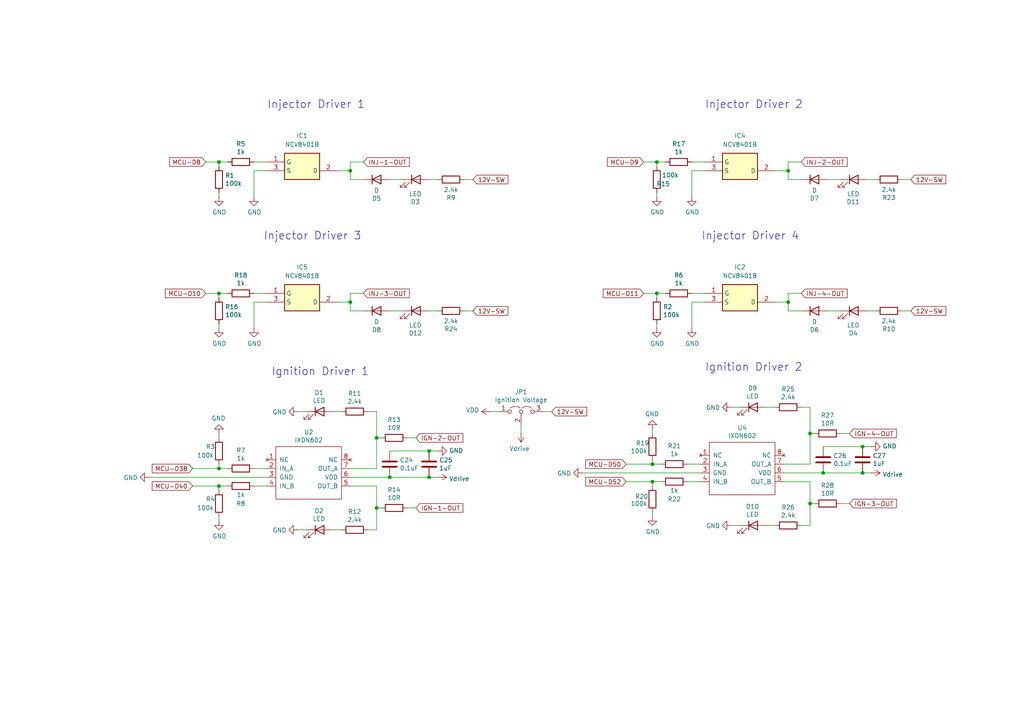
<source format=kicad_sch>
(kicad_sch (version 20250114) (generator "eeschema") (generator_version "9.0")
  (paper "A4")
  (title_block (title "0.4") (date "2021-03-27") (rev "4d") (company "Speeduino"))
  (lib_symbols
    (symbol "Device:C" (pin_numbers (hide yes)) (pin_names (offset 0.254))
      (property "Reference" "C" (at 0.635 2.54 0))
      (property "Value" "C" (at 0.635 -2.54 0))
      (symbol "C_0_1"
        (polyline (pts (xy -2.032 0.762) (xy 2.032 0.762)) (stroke (width 0.508)))
        (polyline (pts (xy -2.032 -0.762) (xy 2.032 -0.762)) (stroke (width 0.508)))
      )
      (symbol "C_1_1"
        (pin passive line (at 0 3.81 270) (length 2.794) (name "~") (number "1"))
        (pin passive line (at 0 -3.81 90) (length 2.794) (name "~") (number "2"))
      )
    )
    (symbol "Device:D" (pin_numbers (hide yes)) (pin_names (offset 1.016) (hide yes))
      (property "Reference" "D" (at 0 2.54 0))
      (property "Value" "D" (at 0 -2.54 0))
      (symbol "D_0_1"
        (polyline (pts (xy -1.27 1.27) (xy -1.27 -1.27)) (stroke (width 0.254)))
        (polyline (pts (xy 1.27 1.27) (xy 1.27 -1.27) (xy -1.27 0) (xy 1.27 1.27)) (stroke (width 0.254)))
        (polyline (pts (xy 1.27 0) (xy -1.27 0)))
      )
      (symbol "D_1_1"
        (pin passive line (at -3.81 0 0) (length 2.54) (name "K") (number "1"))
        (pin passive line (at 3.81 0 180) (length 2.54) (name "A") (number "2"))
      )
    )
    (symbol "Device:LED" (pin_numbers (hide yes)) (pin_names (offset 1.016) (hide yes))
      (property "Reference" "D" (at 0 2.54 0))
      (property "Value" "LED" (at 0 -2.54 0))
      (symbol "LED_0_1"
        (polyline (pts (xy -3.048 -0.762) (xy -4.572 -2.286) (xy -3.81 -2.286) (xy -4.572 -2.286) (xy -4.572 -1.524)))
        (polyline (pts (xy -1.778 -0.762) (xy -3.302 -2.286) (xy -2.54 -2.286) (xy -3.302 -2.286) (xy -3.302 -1.524)))
        (polyline (pts (xy -1.27 0) (xy 1.27 0)))
        (polyline (pts (xy -1.27 -1.27) (xy -1.27 1.27)) (stroke (width 0.254)))
        (polyline (pts (xy 1.27 -1.27) (xy 1.27 1.27) (xy -1.27 0) (xy 1.27 -1.27)) (stroke (width 0.254)))
      )
      (symbol "LED_1_1"
        (pin passive line (at -3.81 0 0) (length 2.54) (name "K") (number "1"))
        (pin passive line (at 3.81 0 180) (length 2.54) (name "A") (number "2"))
      )
    )
    (symbol "Device:R" (pin_numbers (hide yes)) (pin_names (offset 0))
      (property "Reference" "R" (at 2.032 0 90))
      (property "Value" "R" (at 0 0 90))
      (symbol "R_0_1"
        (rectangle (start -1.016 -2.54) (end 1.016 2.54) (stroke (width 0.254)))
      )
      (symbol "R_1_1"
        (pin passive line (at 0 3.81 270) (length 1.27) (name "~") (number "1"))
        (pin passive line (at 0 -3.81 90) (length 1.27) (name "~") (number "2"))
      )
    )
    (symbol "IC_Automotive:NCV8401B"
      (property "Reference" "IC" (at 16.51 7.62 0))
      (property "Value" "NCV8401B" (at 16.51 5.08 0))
      (symbol "NCV8401B_1_1"
        (rectangle (start 5.08 2.54) (end 15.24 -5.08) (stroke (width 0.254)) (fill (type background)))
        (pin passive line (at 0 0 0) (length 5.08) (name "D") (number "2"))
        (pin passive line (at 20.32 0 180) (length 5.08) (name "S") (number "3"))
        (pin passive line (at 20.32 -2.54 180) (length 5.08) (name "G") (number "1"))
      )
    )
    (symbol "IC_Automotive:TC4424A" (pin_names (offset 1.016))
      (property "Reference" "U" (at -7.62 38.1 0))
      (property "Value" "TC4424A" (at -15.24 38.1 0))
      (symbol "TC4424A_0_1"
        (rectangle (start -25.4 36.83) (end -6.35 21.59))
      )
      (symbol "TC4424A_1_1"
        (pin no_connect line (at -27.94 33.02 0) (length 2.54) (name "NC") (number "1"))
        (pin input line (at -27.94 30.48 0) (length 2.54) (name "IN_A") (number "2"))
        (pin power_in line (at -27.94 27.94 0) (length 2.54) (name "GND") (number "3"))
        (pin input line (at -27.94 25.4 0) (length 2.54) (name "IN_B") (number "4"))
        (pin no_connect line (at -3.81 33.02 180) (length 2.54) (name "NC") (number "8"))
        (pin output line (at -3.81 30.48 180) (length 2.54) (name "OUT_A") (number "7"))
        (pin power_in line (at -3.81 27.94 180) (length 2.54) (name "VDD") (number "6"))
        (pin input line (at -3.81 25.4 180) (length 2.54) (name "OUT_B") (number "5"))
      )
    )
    (symbol "Jumper:Jumper_3_Open" (pin_names (offset 0) (hide yes)) (exclude_from_sim yes) (in_bom no)
      (property "Reference" "JP" (at -2.54 -2.54 0))
      (property "Value" "Jumper_3_Open" (at 0 2.794 0))
      (symbol "Jumper_3_Open_0_0"
        (circle (center -3.302 0) (radius 0.508))
        (circle (center 0 0) (radius 0.508))
        (circle (center 3.302 0) (radius 0.508))
      )
      (symbol "Jumper_3_Open_0_1"
        (arc (start -3.048 1.016) (mid -1.651 1.4992) (end -0.254 1.016))
        (polyline (pts (xy 0 -0.508) (xy 0 -1.27)))
        (arc (start 0.254 1.016) (mid 1.651 1.4992) (end 3.048 1.016))
      )
      (symbol "Jumper_3_Open_1_1"
        (pin passive line (at -6.35 0 0) (length 2.54) (name "A") (number "1"))
        (pin passive line (at 0 -3.81 90) (length 2.54) (name "C") (number "2"))
        (pin passive line (at 6.35 0 180) (length 2.54) (name "B") (number "3"))
      )
    )
    (symbol "power:GND" (power) (pin_numbers (hide yes)) (pin_names (offset 0) (hide yes))
      (property "Value" "GND" (at 0 -3.81 0))
      (symbol "GND_0_1"
        (polyline (pts (xy 0 0) (xy 0 -1.27) (xy 1.27 -1.27) (xy 0 -2.54) (xy -1.27 -1.27) (xy 0 -1.27)))
      )
      (symbol "GND_1_1"
        (pin power_in line (at 0 0 270) (length 0) (name "~") (number "1"))
      )
    )
    (symbol "power:VDD" (power) (pin_numbers (hide yes)) (pin_names (offset 0) (hide yes))
      (property "Value" "VDD" (at 0 3.556 0))
      (symbol "VDD_0_1"
        (polyline (pts (xy -0.762 1.27) (xy 0 2.54)))
        (polyline (pts (xy 0 2.54) (xy 0.762 1.27)))
        (polyline (pts (xy 0 0) (xy 0 2.54)))
      )
      (symbol "VDD_1_1"
        (pin power_in line (at 0 0 90) (length 0) (name "~") (number "1"))
      )
    )
    (symbol "power:Vdrive" (power) (pin_numbers (hide yes)) (pin_names (offset 0) (hide yes))
      (property "Value" "Vdrive" (at 0 3.556 0))
      (symbol "Vdrive_0_1"
        (polyline (pts (xy -0.762 1.27) (xy 0 2.54)))
        (polyline (pts (xy 0 2.54) (xy 0.762 1.27)))
        (polyline (pts (xy 0 0) (xy 0 2.54)))
      )
      (symbol "Vdrive_1_1"
        (pin power_in line (at 0 0 90) (length 0) (name "~") (number "1"))
      )
    )
  )
  (text "Injector Driver 4" (at 203.454 69.85 0) (effects (font (size 2.2606 2.2606)) (justify left bottom)))
  (text "Injector Driver 2" (at 204.47 31.75 0) (effects (font (size 2.2606 2.2606)) (justify left bottom)))
  (text "Ignition Driver 2" (at 204.47 107.95 0) (effects (font (size 2.2606 2.2606)) (justify left bottom)))
  (text "Injector Driver 1" (at 77.47 31.75 0) (effects (font (size 2.2606 2.2606)) (justify left bottom)))
  (text "Injector Driver 3" (at 76.454 69.85 0) (effects (font (size 2.2606 2.2606)) (justify left bottom)))
  (text "Ignition Driver 1" (at 78.74 109.22 0) (effects (font (size 2.2606 2.2606)) (justify left bottom)))
  (junction (at 190.5 46.99))
  (junction (at 63.5 140.97))
  (junction (at 190.5 85.09))
  (junction (at 113.03 138.43))
  (junction (at 189.23 134.62))
  (junction (at 189.23 139.7))
  (junction (at 250.19 129.54))
  (junction (at 109.22 127))
  (junction (at 101.6 87.63))
  (junction (at 124.46 138.43))
  (junction (at 109.22 147.32))
  (junction (at 101.6 49.53))
  (junction (at 124.46 130.81))
  (junction (at 228.6 49.53))
  (junction (at 63.5 85.09))
  (junction (at 250.19 137.16))
  (junction (at 63.5 135.89))
  (junction (at 228.6 87.63))
  (junction (at 238.76 137.16))
  (junction (at 63.5 46.99))
  (junction (at 234.95 146.05))
  (junction (at 234.95 125.73))
  (wire (pts (xy 252.73 129.54) (xy 250.19 129.54)))
  (wire (pts (xy 232.41 85.09) (xy 228.6 85.09)))
  (wire (pts (xy 203.2 137.16) (xy 168.91 137.16)))
  (wire (pts (xy 105.41 90.17) (xy 101.6 90.17)))
  (wire (pts (xy 238.76 137.16) (xy 227.33 137.16)))
  (wire (pts (xy 63.5 151.13) (xy 63.5 149.86)))
  (wire (pts (xy 59.69 46.99) (xy 63.5 46.99)))
  (wire (pts (xy 243.84 146.05) (xy 246.38 146.05)))
  (wire (pts (xy 73.66 140.97) (xy 77.47 140.97)))
  (wire (pts (xy 264.16 52.07) (xy 261.62 52.07)))
  (wire (pts (xy 118.11 127) (xy 120.65 127)))
  (wire (pts (xy 137.16 52.07) (xy 134.62 52.07)))
  (wire (pts (xy 228.6 85.09) (xy 228.6 87.63)))
  (wire (pts (xy 189.23 125.73) (xy 189.23 124.46)))
  (wire (pts (xy 63.5 85.09) (xy 63.5 86.36)))
  (wire (pts (xy 118.11 147.32) (xy 120.65 147.32)))
  (wire (pts (xy 109.22 153.67) (xy 109.22 147.32)))
  (wire (pts (xy 189.23 133.35) (xy 189.23 134.62)))
  (wire (pts (xy 116.84 52.07) (xy 113.03 52.07)))
  (wire (pts (xy 77.47 138.43) (xy 43.18 138.43)))
  (wire (pts (xy 212.09 118.11) (xy 214.63 118.11)))
  (wire (pts (xy 151.13 125.73) (xy 151.13 123.19)))
  (wire (pts (xy 109.22 119.38) (xy 109.22 127)))
  (wire (pts (xy 110.49 127) (xy 109.22 127)))
  (wire (pts (xy 243.84 125.73) (xy 246.38 125.73)))
  (wire (pts (xy 190.5 46.99) (xy 193.04 46.99)))
  (wire (pts (xy 254 52.07) (xy 251.46 52.07)))
  (wire (pts (xy 228.6 90.17) (xy 228.6 87.63)))
  (wire (pts (xy 200.66 85.09) (xy 204.47 85.09)))
  (wire (pts (xy 224.79 49.53) (xy 228.6 49.53)))
  (wire (pts (xy 186.69 46.99) (xy 190.5 46.99)))
  (wire (pts (xy 73.66 135.89) (xy 77.47 135.89)))
  (wire (pts (xy 254 90.17) (xy 251.46 90.17)))
  (wire (pts (xy 73.66 85.09) (xy 77.47 85.09)))
  (wire (pts (xy 199.39 134.62) (xy 203.2 134.62)))
  (wire (pts (xy 189.23 139.7) (xy 189.23 140.97)))
  (wire (pts (xy 96.52 119.38) (xy 99.06 119.38)))
  (wire (pts (xy 232.41 52.07) (xy 228.6 52.07)))
  (wire (pts (xy 97.79 49.53) (xy 101.6 49.53)))
  (wire (pts (xy 228.6 87.63) (xy 224.79 87.63)))
  (wire (pts (xy 236.22 125.73) (xy 234.95 125.73)))
  (wire (pts (xy 124.46 130.81) (xy 113.03 130.81)))
  (wire (pts (xy 189.23 134.62) (xy 191.77 134.62)))
  (wire (pts (xy 101.6 46.99) (xy 105.41 46.99)))
  (wire (pts (xy 190.5 48.26) (xy 190.5 46.99)))
  (wire (pts (xy 96.52 153.67) (xy 99.06 153.67)))
  (wire (pts (xy 109.22 140.97) (xy 101.6 140.97)))
  (wire (pts (xy 63.5 55.88) (xy 63.5 57.15)))
  (wire (pts (xy 232.41 118.11) (xy 234.95 118.11)))
  (wire (pts (xy 181.61 139.7) (xy 189.23 139.7)))
  (wire (pts (xy 63.5 95.25) (xy 63.5 93.98)))
  (wire (pts (xy 63.5 48.26) (xy 63.5 46.99)))
  (wire (pts (xy 63.5 127) (xy 63.5 125.73)))
  (wire (pts (xy 232.41 90.17) (xy 228.6 90.17)))
  (wire (pts (xy 137.16 90.17) (xy 134.62 90.17)))
  (wire (pts (xy 101.6 85.09) (xy 101.6 87.63)))
  (wire (pts (xy 193.04 85.09) (xy 190.5 85.09)))
  (wire (pts (xy 106.68 153.67) (xy 109.22 153.67)))
  (wire (pts (xy 236.22 146.05) (xy 234.95 146.05)))
  (wire (pts (xy 228.6 52.07) (xy 228.6 49.53)))
  (wire (pts (xy 59.69 85.09) (xy 63.5 85.09)))
  (wire (pts (xy 186.69 85.09) (xy 190.5 85.09)))
  (wire (pts (xy 73.66 87.63) (xy 77.47 87.63)))
  (wire (pts (xy 73.66 49.53) (xy 77.47 49.53)))
  (wire (pts (xy 73.66 95.25) (xy 73.66 87.63)))
  (wire (pts (xy 113.03 138.43) (xy 101.6 138.43)))
  (wire (pts (xy 63.5 140.97) (xy 63.5 142.24)))
  (wire (pts (xy 116.84 90.17) (xy 113.03 90.17)))
  (wire (pts (xy 234.95 118.11) (xy 234.95 125.73)))
  (wire (pts (xy 200.66 49.53) (xy 200.66 57.15)))
  (wire (pts (xy 190.5 55.88) (xy 190.5 57.15)))
  (wire (pts (xy 252.73 137.16) (xy 250.19 137.16)))
  (wire (pts (xy 105.41 85.09) (xy 101.6 85.09)))
  (wire (pts (xy 63.5 46.99) (xy 66.04 46.99)))
  (wire (pts (xy 55.88 140.97) (xy 63.5 140.97)))
  (wire (pts (xy 127 90.17) (xy 124.46 90.17)))
  (wire (pts (xy 250.19 137.16) (xy 238.76 137.16)))
  (wire (pts (xy 232.41 152.4) (xy 234.95 152.4)))
  (wire (pts (xy 234.95 134.62) (xy 227.33 134.62)))
  (wire (pts (xy 228.6 46.99) (xy 228.6 49.53)))
  (wire (pts (xy 101.6 87.63) (xy 97.79 87.63)))
  (wire (pts (xy 101.6 90.17) (xy 101.6 87.63)))
  (wire (pts (xy 234.95 152.4) (xy 234.95 146.05)))
  (wire (pts (xy 73.66 49.53) (xy 73.66 57.15)))
  (wire (pts (xy 191.77 139.7) (xy 189.23 139.7)))
  (wire (pts (xy 105.41 52.07) (xy 101.6 52.07)))
  (wire (pts (xy 144.78 119.38) (xy 142.24 119.38)))
  (wire (pts (xy 127 138.43) (xy 124.46 138.43)))
  (wire (pts (xy 264.16 90.17) (xy 261.62 90.17)))
  (wire (pts (xy 199.39 139.7) (xy 203.2 139.7)))
  (wire (pts (xy 66.04 85.09) (xy 63.5 85.09)))
  (wire (pts (xy 222.25 152.4) (xy 224.79 152.4)))
  (wire (pts (xy 101.6 52.07) (xy 101.6 49.53)))
  (wire (pts (xy 73.66 46.99) (xy 77.47 46.99)))
  (wire (pts (xy 106.68 119.38) (xy 109.22 119.38)))
  (wire (pts (xy 200.66 49.53) (xy 204.47 49.53)))
  (wire (pts (xy 222.25 118.11) (xy 224.79 118.11)))
  (wire (pts (xy 157.48 119.38) (xy 160.02 119.38)))
  (wire (pts (xy 189.23 149.86) (xy 189.23 148.59)))
  (wire (pts (xy 86.36 119.38) (xy 88.9 119.38)))
  (wire (pts (xy 127 130.81) (xy 124.46 130.81)))
  (wire (pts (xy 250.19 129.54) (xy 238.76 129.54)))
  (wire (pts (xy 234.95 146.05) (xy 234.95 139.7)))
  (wire (pts (xy 181.61 134.62) (xy 189.23 134.62)))
  (wire (pts (xy 200.66 46.99) (xy 204.47 46.99)))
  (wire (pts (xy 228.6 46.99) (xy 232.41 46.99)))
  (wire (pts (xy 63.5 134.62) (xy 63.5 135.89)))
  (wire (pts (xy 243.84 90.17) (xy 240.03 90.17)))
  (wire (pts (xy 190.5 85.09) (xy 190.5 86.36)))
  (wire (pts (xy 109.22 147.32) (xy 109.22 140.97)))
  (wire (pts (xy 124.46 138.43) (xy 113.03 138.43)))
  (wire (pts (xy 200.66 95.25) (xy 200.66 87.63)))
  (wire (pts (xy 190.5 95.25) (xy 190.5 93.98)))
  (wire (pts (xy 55.88 135.89) (xy 63.5 135.89)))
  (wire (pts (xy 109.22 127) (xy 109.22 135.89)))
  (wire (pts (xy 101.6 46.99) (xy 101.6 49.53)))
  (wire (pts (xy 127 52.07) (xy 124.46 52.07)))
  (wire (pts (xy 110.49 147.32) (xy 109.22 147.32)))
  (wire (pts (xy 212.09 152.4) (xy 214.63 152.4)))
  (wire (pts (xy 109.22 135.89) (xy 101.6 135.89)))
  (wire (pts (xy 63.5 135.89) (xy 66.04 135.89)))
  (wire (pts (xy 243.84 52.07) (xy 240.03 52.07)))
  (wire (pts (xy 234.95 125.73) (xy 234.95 134.62)))
  (wire (pts (xy 200.66 87.63) (xy 204.47 87.63)))
  (wire (pts (xy 86.36 153.67) (xy 88.9 153.67)))
  (wire (pts (xy 234.95 139.7) (xy 227.33 139.7)))
  (wire (pts (xy 66.04 140.97) (xy 63.5 140.97)))
  (global_label "INJ-2-OUT" (shape input) (at 232.41 46.99 0) (property "Intersheetrefs" "${INTERSHEET_REFS}" (effects (hide yes))))
  (global_label "IGN-1-OUT" (shape input) (at 120.65 147.32 0) (property "Intersheetrefs" "${INTERSHEET_REFS}" (effects (hide yes))))
  (global_label "12V-SW" (shape input) (at 137.16 90.17 0) (property "Intersheetrefs" "${INTERSHEET_REFS}" (effects (hide yes))))
  (global_label "IGN-4-OUT" (shape input) (at 246.38 125.73 0) (property "Intersheetrefs" "${INTERSHEET_REFS}" (effects (hide yes))))
  (global_label "MCU-D11" (shape input) (at 186.69 85.09 180) (property "Intersheetrefs" "${INTERSHEET_REFS}" (effects (hide yes))))
  (global_label "INJ-4-OUT" (shape input) (at 232.41 85.09 0) (property "Intersheetrefs" "${INTERSHEET_REFS}" (effects (hide yes))))
  (global_label "12V-SW" (shape input) (at 264.16 52.07 0) (property "Intersheetrefs" "${INTERSHEET_REFS}" (effects (hide yes))))
  (global_label "IGN-2-OUT" (shape input) (at 120.65 127 0) (property "Intersheetrefs" "${INTERSHEET_REFS}" (effects (hide yes))))
  (global_label "12V-SW" (shape input) (at 137.16 52.07 0) (property "Intersheetrefs" "${INTERSHEET_REFS}" (effects (hide yes))))
  (global_label "MCU-D10" (shape input) (at 59.69 85.09 180) (property "Intersheetrefs" "${INTERSHEET_REFS}" (effects (hide yes))))
  (global_label "MCU-D50" (shape input) (at 181.61 134.62 180) (property "Intersheetrefs" "${INTERSHEET_REFS}" (effects (hide yes))))
  (global_label "MCU-D40" (shape input) (at 55.88 140.97 180) (property "Intersheetrefs" "${INTERSHEET_REFS}" (effects (hide yes))))
  (global_label "12V-SW" (shape input) (at 160.02 119.38 0) (property "Intersheetrefs" "${INTERSHEET_REFS}" (effects (hide yes))))
  (global_label "MCU-D38" (shape input) (at 55.88 135.89 180) (property "Intersheetrefs" "${INTERSHEET_REFS}" (effects (hide yes))))
  (global_label "INJ-3-OUT" (shape input) (at 105.41 85.09 0) (property "Intersheetrefs" "${INTERSHEET_REFS}" (effects (hide yes))))
  (global_label "INJ-1-OUT" (shape input) (at 105.41 46.99 0) (property "Intersheetrefs" "${INTERSHEET_REFS}" (effects (hide yes))))
  (global_label "MCU-D9" (shape input) (at 186.69 46.99 180) (property "Intersheetrefs" "${INTERSHEET_REFS}" (effects (hide yes))))
  (global_label "MCU-D8" (shape input) (at 59.69 46.99 180) (property "Intersheetrefs" "${INTERSHEET_REFS}" (effects (hide yes))))
  (global_label "IGN-3-OUT" (shape input) (at 246.38 146.05 0) (property "Intersheetrefs" "${INTERSHEET_REFS}" (effects (hide yes))))
  (global_label "MCU-D52" (shape input) (at 181.61 139.7 180) (property "Intersheetrefs" "${INTERSHEET_REFS}" (effects (hide yes))))
  (global_label "12V-SW" (shape input) (at 264.16 90.17 0) (property "Intersheetrefs" "${INTERSHEET_REFS}" (effects (hide yes))))
  (symbol (lib_id "Device:R") (at 69.85 46.99 270) (unit 1)
    (property "Reference" "R5" (at 69.85 41.7322 90))
    (property "Value" "1k" (at 69.85 44.0436 90))
    (property "Footprint" "Resistor_SMD:R_0805_2012Metric" (effects (hide yes)))
    (property "Digikey Part Number" "311-1.00KCRCT-ND" (effects (hide yes)))
    (property "Manufacturer_Name" "Yageo" (effects (hide yes)))
    (property "Manufacturer_Part_Number" "RC0805FR-071KL" (effects (hide yes)))
    (property "URL" "https://www.digikey.com/product-detail/en/yageo/RC0805FR-071KL/311-1.00KCRCT-ND/730391" (effects (hide yes)))
  )
  (symbol (lib_id "Device:R") (at 196.85 85.09 270) (unit 1)
    (property "Reference" "R6" (at 196.85 79.8322 90))
    (property "Value" "1k" (at 196.85 82.1436 90))
    (property "Footprint" "Resistor_SMD:R_0805_2012Metric" (effects (hide yes)))
    (property "Digikey Part Number" "311-1.00KCRCT-ND" (effects (hide yes)))
    (property "Manufacturer_Name" "Yageo" (effects (hide yes)))
    (property "Manufacturer_Part_Number" "RC0805FR-071KL" (effects (hide yes)))
    (property "URL" "https://www.digikey.com/product-detail/en/yageo/RC0805FR-071KL/311-1.00KCRCT-ND/730391" (effects (hide yes)))
  )
  (symbol (lib_id "Device:R") (at 190.5 90.17 180) (unit 1)
    (property "Reference" "R2" (at 192.278 89.0016 0) (effects (justify right)))
    (property "Value" "100k" (at 192.278 91.313 0) (effects (justify right)))
    (property "Footprint" "Resistor_SMD:R_0805_2012Metric" (effects (hide yes)))
    (property "Digikey Part Number" "311-100KCRCT-ND" (effects (hide yes)))
    (property "Manufacturer_Name" "Yageo" (effects (hide yes)))
    (property "Manufacturer_Part_Number" "RC0805FR-07100KL" (effects (hide yes)))
    (property "URL" "https://www.digikey.com/product-detail/en/yageo/RC0805FR-07100KL/311-100KCRCT-ND/730491" (effects (hide yes)))
  )
  (symbol (lib_id "power:GND") (at 190.5 95.25 0) (unit 1)
    (property "Reference" "#PWR05" (effects (hide yes)))
    (property "Value" "GND" (at 190.627 99.6442 0))
  )
  (symbol (lib_id "Device:R") (at 257.81 90.17 90) (unit 1)
    (property "Reference" "R10" (at 257.81 95.4278 90))
    (property "Value" "2.4k" (at 257.81 93.1164 90))
    (property "Footprint" "Resistor_SMD:R_0805_2012Metric" (effects (hide yes)))
    (property "Digikey Part Number" "311-2.40KCRCT-ND" (effects (hide yes)))
    (property "Manufacturer_Name" "Yageo" (effects (hide yes)))
    (property "Manufacturer_Part_Number" "RC0805FR-072K4L" (effects (hide yes)))
    (property "URL" "https://www.digikey.com/product-detail/en/yageo/RC0805FR-072K4L/311-2.40KCRCT-ND/730637" (effects (hide yes)))
  )
  (symbol (lib_id "Device:LED") (at 247.65 90.17 0) (unit 1)
    (property "Reference" "D4" (at 247.4722 96.647 0))
    (property "Value" "LED" (at 247.4722 94.3356 0))
    (property "Footprint" "LED_SMD:LED_0805_2012Metric" (effects (hide yes)))
    (property "Digikey Part Number" "475-1415-1-ND" (effects (hide yes)))
    (property "Manufacturer_Name" "Osram" (effects (hide yes)))
    (property "Manufacturer_Part_Number" "LH R974-LP-1" (effects (hide yes)))
    (property "URL" "https://www.digikey.com/product-detail/en/osram-opto-semiconductors-inc/LH-R974-LP-1/475-1415-1-ND/1802604" (effects (hide yes)))
  )
  (symbol (lib_id "Device:R") (at 130.81 52.07 90) (unit 1)
    (property "Reference" "R9" (at 130.81 57.3278 90))
    (property "Value" "2.4k" (at 130.81 55.0164 90))
    (property "Footprint" "Resistor_SMD:R_0805_2012Metric" (effects (hide yes)))
    (property "Digikey Part Number" "311-2.40KCRCT-ND" (effects (hide yes)))
    (property "Manufacturer_Name" "Yageo" (effects (hide yes)))
    (property "Manufacturer_Part_Number" "RC0805FR-072K4L" (effects (hide yes)))
    (property "URL" "https://www.digikey.com/product-detail/en/yageo/RC0805FR-072K4L/311-2.40KCRCT-ND/730637" (effects (hide yes)))
  )
  (symbol (lib_id "Device:LED") (at 120.65 52.07 0) (unit 1)
    (property "Reference" "D3" (at 120.4722 58.547 0))
    (property "Value" "LED" (at 120.4722 56.2356 0))
    (property "Footprint" "LED_SMD:LED_0805_2012Metric" (effects (hide yes)))
    (property "Digikey Part Number" "475-1415-1-ND" (effects (hide yes)))
    (property "Manufacturer_Name" "Osram" (effects (hide yes)))
    (property "Manufacturer_Part_Number" "LH R974-LP-1" (effects (hide yes)))
    (property "URL" "https://www.digikey.com/product-detail/en/osram-opto-semiconductors-inc/LH-R974-LP-1/475-1415-1-ND/1802604" (effects (hide yes)))
  )
  (symbol (lib_id "IC_Automotive:TC4424A") (at 105.41 166.37 0) (unit 1)
    (property "Reference" "U2" (at 89.535 125.349 0))
    (property "Value" "IXDN602" (at 89.535 127.6604 0))
    (property "Footprint" "Package_SO:SOIC-8_3.9x4.9mm_P1.27mm" (effects (hide yes)))
    (property "Digikey Part Number" "212-IXDN602SIACT-ND" (effects (hide yes)))
    (property "Manufacturer_Name" "IXYS" (effects (hide yes)))
    (property "Manufacturer_Part_Number" "IXDN602SIATR" (effects (hide yes)))
    (property "URL" "https://www.digikey.com/en/products/detail/ixys-integrated-circuits-division/IXDN602SIATR/2424695" (effects (hide yes)))
  )
  (symbol (lib_id "Device:R") (at 69.85 135.89 270) (unit 1)
    (property "Reference" "R7" (at 69.85 130.6322 90))
    (property "Value" "1k" (at 69.85 132.9436 90))
    (property "Footprint" "Resistor_SMD:R_0805_2012Metric" (effects (hide yes)))
    (property "Digikey Part Number" "311-1.00KCRCT-ND" (effects (hide yes)))
    (property "Manufacturer_Name" "Yageo" (effects (hide yes)))
    (property "Manufacturer_Part_Number" "RC0805FR-071KL" (effects (hide yes)))
    (property "URL" "https://www.digikey.com/product-detail/en/yageo/RC0805FR-071KL/311-1.00KCRCT-ND/730391" (effects (hide yes)))
  )
  (symbol (lib_id "Device:R") (at 69.85 140.97 270) (unit 1)
    (property "Reference" "R8" (at 69.85 146.05 90))
    (property "Value" "1k" (at 69.85 143.51 90))
    (property "Footprint" "Resistor_SMD:R_0805_2012Metric" (effects (hide yes)))
    (property "Digikey Part Number" "311-1.00KCRCT-ND" (effects (hide yes)))
    (property "Manufacturer_Name" "Yageo" (effects (hide yes)))
    (property "Manufacturer_Part_Number" "RC0805FR-071KL" (effects (hide yes)))
    (property "URL" "https://www.digikey.com/product-detail/en/yageo/RC0805FR-071KL/311-1.00KCRCT-ND/730391" (effects (hide yes)))
  )
  (symbol (lib_id "Device:R") (at 63.5 130.81 180) (unit 1)
    (property "Reference" "R3" (at 59.69 129.54 0) (effects (justify right)))
    (property "Value" "100k" (at 57.15 132.08 0) (effects (justify right)))
    (property "Footprint" "Resistor_SMD:R_0805_2012Metric" (effects (hide yes)))
    (property "Digikey Part Number" "311-100KCRCT-ND" (effects (hide yes)))
    (property "Manufacturer_Name" "Yageo" (effects (hide yes)))
    (property "Manufacturer_Part_Number" "RC0805FR-07100KL" (effects (hide yes)))
    (property "URL" "https://www.digikey.com/product-detail/en/yageo/RC0805FR-07100KL/311-100KCRCT-ND/730491" (effects (hide yes)))
  )
  (symbol (lib_id "Device:R") (at 63.5 146.05 180) (unit 1)
    (property "Reference" "R4" (at 59.69 144.78 0) (effects (justify right)))
    (property "Value" "100k" (at 57.15 147.32 0) (effects (justify right)))
    (property "Footprint" "Resistor_SMD:R_0805_2012Metric" (effects (hide yes)))
    (property "Digikey Part Number" "311-100KCRCT-ND" (effects (hide yes)))
    (property "Manufacturer_Name" "Yageo" (effects (hide yes)))
    (property "Manufacturer_Part_Number" "RC0805FR-07100KL" (effects (hide yes)))
    (property "URL" "https://www.digikey.com/product-detail/en/yageo/RC0805FR-07100KL/311-100KCRCT-ND/730491" (effects (hide yes)))
  )
  (symbol (lib_id "power:GND") (at 63.5 125.73 180) (unit 1)
    (property "Reference" "#PWR06" (effects (hide yes)))
    (property "Value" "GND" (at 63.373 121.3358 0))
  )
  (symbol (lib_id "power:GND") (at 63.5 151.13 0) (unit 1)
    (property "Reference" "#PWR07" (effects (hide yes)))
    (property "Value" "GND" (at 63.627 155.5242 0))
  )
  (symbol (lib_id "power:GND") (at 43.18 138.43 270) (unit 1)
    (property "Reference" "#PWR03" (effects (hide yes)))
    (property "Value" "GND" (at 39.9288 138.557 90) (effects (justify right)))
  )
  (symbol (lib_id "Device:LED") (at 92.71 119.38 0) (unit 1)
    (property "Reference" "D1" (at 92.5322 113.8936 0))
    (property "Value" "LED" (at 92.5322 116.205 0))
    (property "Footprint" "LED_SMD:LED_0805_2012Metric" (effects (hide yes)))
    (property "Digikey Part Number" "475-1415-1-ND" (effects (hide yes)))
    (property "Manufacturer_Name" "Osram" (effects (hide yes)))
    (property "Manufacturer_Part_Number" "LH R974-LP-1" (effects (hide yes)))
    (property "URL" "https://www.digikey.com/product-detail/en/osram-opto-semiconductors-inc/LH-R974-LP-1/475-1415-1-ND/1802604" (effects (hide yes)))
  )
  (symbol (lib_id "power:GND") (at 86.36 119.38 270) (unit 1)
    (property "Reference" "#PWR08" (effects (hide yes)))
    (property "Value" "GND" (at 83.1088 119.507 90) (effects (justify right)))
  )
  (symbol (lib_id "Device:R") (at 102.87 119.38 270) (unit 1)
    (property "Reference" "R11" (at 102.87 114.1222 90))
    (property "Value" "2.4k" (at 102.87 116.4336 90))
    (property "Footprint" "Resistor_SMD:R_0805_2012Metric" (effects (hide yes)))
    (property "Digikey Part Number" "311-2.40KCRCT-ND" (effects (hide yes)))
    (property "Manufacturer_Name" "Yageo" (effects (hide yes)))
    (property "Manufacturer_Part_Number" "RC0805FR-072K4L" (effects (hide yes)))
    (property "URL" "https://www.digikey.com/product-detail/en/yageo/RC0805FR-072K4L/311-2.40KCRCT-ND/730637" (effects (hide yes)))
  )
  (symbol (lib_id "power:VDD") (at 142.24 119.38 90) (unit 1)
    (property "Reference" "#PWR012" (effects (hide yes)))
    (property "Value" "VDD" (at 138.9888 118.9482 90) (effects (justify left)))
  )
  (symbol (lib_id "Device:LED") (at 92.71 153.67 0) (unit 1)
    (property "Reference" "D2" (at 92.5322 148.1836 0))
    (property "Value" "LED" (at 92.5322 150.495 0))
    (property "Footprint" "LED_SMD:LED_0805_2012Metric" (effects (hide yes)))
    (property "Digikey Part Number" "475-1415-1-ND" (effects (hide yes)))
    (property "Manufacturer_Name" "Osram" (effects (hide yes)))
    (property "Manufacturer_Part_Number" "LH R974-LP-1" (effects (hide yes)))
    (property "URL" "https://www.digikey.com/product-detail/en/osram-opto-semiconductors-inc/LH-R974-LP-1/475-1415-1-ND/1802604" (effects (hide yes)))
  )
  (symbol (lib_id "power:GND") (at 86.36 153.67 270) (unit 1)
    (property "Reference" "#PWR09" (effects (hide yes)))
    (property "Value" "GND" (at 83.1088 153.797 90) (effects (justify right)))
  )
  (symbol (lib_id "Device:R") (at 102.87 153.67 270) (unit 1)
    (property "Reference" "R12" (at 102.87 148.4122 90))
    (property "Value" "2.4k" (at 102.87 150.7236 90))
    (property "Footprint" "Resistor_SMD:R_0805_2012Metric" (effects (hide yes)))
    (property "Digikey Part Number" "311-2.40KCRCT-ND" (effects (hide yes)))
    (property "Manufacturer_Name" "Yageo" (effects (hide yes)))
    (property "Manufacturer_Part_Number" "RC0805FR-072K4L" (effects (hide yes)))
    (property "URL" "https://www.digikey.com/product-detail/en/yageo/RC0805FR-072K4L/311-2.40KCRCT-ND/730637" (effects (hide yes)))
  )
  (symbol (lib_id "Device:R") (at 195.58 134.62 270) (unit 1)
    (property "Reference" "R21" (at 195.58 129.3622 90))
    (property "Value" "1k" (at 195.58 131.6736 90))
    (property "Footprint" "Resistor_SMD:R_0805_2012Metric" (effects (hide yes)))
    (property "Digikey Part Number" "311-1.00KCRCT-ND" (effects (hide yes)))
    (property "Manufacturer_Name" "Yageo" (effects (hide yes)))
    (property "Manufacturer_Part_Number" "RC0805FR-071KL" (effects (hide yes)))
    (property "URL" "https://www.digikey.com/product-detail/en/yageo/RC0805FR-071KL/311-1.00KCRCT-ND/730391" (effects (hide yes)))
  )
  (symbol (lib_id "Device:R") (at 195.58 139.7 270) (unit 1)
    (property "Reference" "R22" (at 195.58 144.78 90))
    (property "Value" "1k" (at 195.58 142.24 90))
    (property "Footprint" "Resistor_SMD:R_0805_2012Metric" (effects (hide yes)))
    (property "Digikey Part Number" "311-1.00KCRCT-ND" (effects (hide yes)))
    (property "Manufacturer_Name" "Yageo" (effects (hide yes)))
    (property "Manufacturer_Part_Number" "RC0805FR-071KL" (effects (hide yes)))
    (property "URL" "https://www.digikey.com/product-detail/en/yageo/RC0805FR-071KL/311-1.00KCRCT-ND/730391" (effects (hide yes)))
  )
  (symbol (lib_id "Device:R") (at 189.23 129.54 180) (unit 1)
    (property "Reference" "R19" (at 184.404 128.524 0) (effects (justify right)))
    (property "Value" "100k" (at 182.88 130.81 0) (effects (justify right)))
    (property "Footprint" "Resistor_SMD:R_0805_2012Metric" (effects (hide yes)))
    (property "Digikey Part Number" "311-100KCRCT-ND" (effects (hide yes)))
    (property "Manufacturer_Name" "Yageo" (effects (hide yes)))
    (property "Manufacturer_Part_Number" "RC0805FR-07100KL" (effects (hide yes)))
    (property "URL" "https://www.digikey.com/product-detail/en/yageo/RC0805FR-07100KL/311-100KCRCT-ND/730491" (effects (hide yes)))
  )
  (symbol (lib_id "Device:R") (at 189.23 144.78 180) (unit 1)
    (property "Reference" "R20" (at 184.15 144.018 0) (effects (justify right)))
    (property "Value" "100k" (at 182.88 146.05 0) (effects (justify right)))
    (property "Footprint" "Resistor_SMD:R_0805_2012Metric" (effects (hide yes)))
    (property "Digikey Part Number" "311-100KCRCT-ND" (effects (hide yes)))
    (property "Manufacturer_Name" "Yageo" (effects (hide yes)))
    (property "Manufacturer_Part_Number" "RC0805FR-07100KL" (effects (hide yes)))
    (property "URL" "https://www.digikey.com/product-detail/en/yageo/RC0805FR-07100KL/311-100KCRCT-ND/730491" (effects (hide yes)))
  )
  (symbol (lib_id "power:GND") (at 189.23 124.46 180) (unit 1)
    (property "Reference" "#PWR016" (effects (hide yes)))
    (property "Value" "GND" (at 189.103 120.0658 0))
  )
  (symbol (lib_id "power:GND") (at 189.23 149.86 0) (unit 1)
    (property "Reference" "#PWR017" (effects (hide yes)))
    (property "Value" "GND" (at 189.357 154.2542 0))
  )
  (symbol (lib_id "power:GND") (at 168.91 137.16 270) (unit 1)
    (property "Reference" "#PWR013" (effects (hide yes)))
    (property "Value" "GND" (at 165.6588 137.287 90) (effects (justify right)))
  )
  (symbol (lib_id "Device:LED") (at 218.44 118.11 0) (unit 1)
    (property "Reference" "D9" (at 218.2622 112.6236 0))
    (property "Value" "LED" (at 218.2622 114.935 0))
    (property "Footprint" "LED_SMD:LED_0805_2012Metric" (effects (hide yes)))
    (property "Digikey Part Number" "475-1415-1-ND" (effects (hide yes)))
    (property "Manufacturer_Name" "Osram" (effects (hide yes)))
    (property "Manufacturer_Part_Number" "LH R974-LP-1" (effects (hide yes)))
    (property "URL" "https://www.digikey.com/product-detail/en/osram-opto-semiconductors-inc/LH-R974-LP-1/475-1415-1-ND/1802604" (effects (hide yes)))
  )
  (symbol (lib_id "power:GND") (at 212.09 118.11 270) (unit 1)
    (property "Reference" "#PWR018" (effects (hide yes)))
    (property "Value" "GND" (at 208.8388 118.237 90) (effects (justify right)))
  )
  (symbol (lib_id "Device:R") (at 228.6 118.11 270) (unit 1)
    (property "Reference" "R25" (at 228.6 112.8522 90))
    (property "Value" "2.4k" (at 228.6 115.1636 90))
    (property "Footprint" "Resistor_SMD:R_0805_2012Metric" (effects (hide yes)))
    (property "Digikey Part Number" "311-2.40KCRCT-ND" (effects (hide yes)))
    (property "Manufacturer_Name" "Yageo" (effects (hide yes)))
    (property "Manufacturer_Part_Number" "RC0805FR-072K4L" (effects (hide yes)))
    (property "URL" "https://www.digikey.com/product-detail/en/yageo/RC0805FR-072K4L/311-2.40KCRCT-ND/730637" (effects (hide yes)))
  )
  (symbol (lib_id "Device:R") (at 240.03 125.73 270) (unit 1)
    (property "Reference" "R27" (at 240.03 120.4722 90))
    (property "Value" "10R" (at 240.03 122.7836 90))
    (property "Footprint" "Resistor_SMD:R_1206_3216Metric" (effects (hide yes)))
    (property "Digikey Part Number" "311-10.0FRCT-ND" (effects (hide yes)))
    (property "Manufacturer_Name" "Yageo" (effects (hide yes)))
    (property "Manufacturer_Part_Number" "RC1206FR-0710RL" (effects (hide yes)))
    (property "URL" "https://www.digikey.com/en/products/detail/yageo/RC1206FR-0710RL/728482" (effects (hide yes)))
  )
  (symbol (lib_id "Device:LED") (at 218.44 152.4 0) (unit 1)
    (property "Reference" "D10" (at 218.2622 146.9136 0))
    (property "Value" "LED" (at 218.2622 149.225 0))
    (property "Footprint" "LED_SMD:LED_0805_2012Metric" (effects (hide yes)))
    (property "Digikey Part Number" "475-1415-1-ND" (effects (hide yes)))
    (property "Manufacturer_Name" "Osram" (effects (hide yes)))
    (property "Manufacturer_Part_Number" "LH R974-LP-1" (effects (hide yes)))
    (property "URL" "https://www.digikey.com/product-detail/en/osram-opto-semiconductors-inc/LH-R974-LP-1/475-1415-1-ND/1802604" (effects (hide yes)))
  )
  (symbol (lib_id "power:GND") (at 212.09 152.4 270) (unit 1)
    (property "Reference" "#PWR019" (effects (hide yes)))
    (property "Value" "GND" (at 208.8388 152.527 90) (effects (justify right)))
  )
  (symbol (lib_id "Device:R") (at 228.6 152.4 270) (unit 1)
    (property "Reference" "R26" (at 228.6 147.1422 90))
    (property "Value" "2.4k" (at 228.6 149.4536 90))
    (property "Footprint" "Resistor_SMD:R_0805_2012Metric" (effects (hide yes)))
    (property "Digikey Part Number" "311-2.40KCRCT-ND" (effects (hide yes)))
    (property "Manufacturer_Name" "Yageo" (effects (hide yes)))
    (property "Manufacturer_Part_Number" "RC0805FR-072K4L" (effects (hide yes)))
    (property "URL" "https://www.digikey.com/product-detail/en/yageo/RC0805FR-072K4L/311-2.40KCRCT-ND/730637" (effects (hide yes)))
  )
  (symbol (lib_id "Device:D") (at 109.22 52.07 0) (unit 1)
    (property "Reference" "D5" (at 109.22 57.5564 0))
    (property "Value" "D" (at 109.22 55.245 0))
    (property "Footprint" "Diode_SMD:D_SOD-323" (effects (hide yes)))
    (property "Digikey Part Number" "1N4448WXTPMSCT-ND" (effects (hide yes)))
    (property "Manufacturer_Name" "MCC" (effects (hide yes)))
    (property "Manufacturer_Part_Number" "1N4448WX-TP" (effects (hide yes)))
    (property "URL" "https://www.digikey.com/product-detail/en/micro-commercial-co/1N4448WX-TP/1N4448WXTPMSCT-ND/789338" (effects (hide yes)))
  )
  (symbol (lib_id "Device:D") (at 236.22 90.17 0) (unit 1)
    (property "Reference" "D6" (at 236.22 95.6564 0))
    (property "Value" "D" (at 236.22 93.345 0))
    (property "Footprint" "Diode_SMD:D_SOD-323" (effects (hide yes)))
    (property "Digikey Part Number" "1N4448WXTPMSCT-ND" (effects (hide yes)))
    (property "Manufacturer_Name" "MCC" (effects (hide yes)))
    (property "Manufacturer_Part_Number" "1N4448WX-TP" (effects (hide yes)))
    (property "URL" "https://www.digikey.com/product-detail/en/micro-commercial-co/1N4448WX-TP/1N4448WXTPMSCT-ND/789338" (effects (hide yes)))
  )
  (symbol (lib_id "Jumper:Jumper_3_Open") (at 151.13 119.38 0) (unit 1)
    (property "Reference" "JP1" (at 151.13 113.6904 0))
    (property "Value" "Ignition Voltage" (at 151.13 116.0018 0))
    (property "Footprint" "Connector_PinHeader_2.54mm:PinHeader_1x03_P2.54mm_Vertical" (effects (hide yes)))
    (property "Digikey Part Number" "952-2263-ND " (effects (hide yes)))
    (property "Manufacturer_Name" "Harwin Inc" (effects (hide yes)))
    (property "Manufacturer_Part_Number" "M20-9990345" (effects (hide yes)))
    (property "URL" "https://www.digikey.com.au/products/en?keywords=M20-9990345" (effects (hide yes)))
  )
  (symbol (lib_id "power:Vdrive") (at 151.13 125.73 180) (unit 1)
    (property "Reference" "#PWR0101" (effects (hide yes)))
    (property "Value" "Vdrive" (at 150.6728 130.1242 0))
  )
  (symbol (lib_id "power:Vdrive") (at 127 138.43 270) (unit 1)
    (property "Reference" "#PWR0102" (effects (hide yes)))
    (property "Value" "Vdrive" (at 130.2512 138.8618 90) (effects (justify left)))
  )
  (symbol (lib_id "power:Vdrive") (at 252.73 137.16 270) (unit 1)
    (property "Reference" "#PWR0103" (effects (hide yes)))
    (property "Value" "Vdrive" (at 255.9812 137.5918 90) (effects (justify left)))
  )
  (symbol (lib_id "Device:C") (at 113.03 134.62 0) (unit 1)
    (property "Reference" "C24" (at 115.951 133.4516 0) (effects (justify left)))
    (property "Value" "0.1uF" (at 115.951 135.763 0) (effects (justify left)))
    (property "Footprint" "Capacitor_SMD:C_0805_2012Metric" (effects (hide yes)))
    (property "Digikey Part Number" "311-1140-1-ND" (effects (hide yes)))
    (property "Manufacturer_Name" "Yageo" (effects (hide yes)))
    (property "Manufacturer_Part_Number" "CC0805KRX7R9BB104" (effects (hide yes)))
    (property "URL" "https://www.digikey.com.au/product-detail/en/yageo/CC0805KRX7R9BB104/311-1140-1-ND/303050" (effects (hide yes)))
    (instances (project "" (path "" (reference "C24") (unit 1)) (path "" (reference "C?") (unit 1))))
  )
  (symbol (lib_id "Device:C") (at 124.46 134.62 0) (unit 1)
    (property "Reference" "C25" (at 127.381 133.4516 0) (effects (justify left)))
    (property "Value" "1uF" (at 127.381 135.763 0) (effects (justify left)))
    (property "Footprint" "Capacitor_SMD:C_0805_2012Metric" (effects (hide yes)))
    (property "Digikey Part Number" "311-1365-1-ND" (effects (hide yes)))
    (property "Manufacturer_Name" "Yageo" (effects (hide yes)))
    (property "Manufacturer_Part_Number" "CC0805KKX7R7BB105" (effects (hide yes)))
    (property "URL" "https://www.digikey.com/product-detail/en/yageo/CC0805KKX7R7BB105/311-1365-1-ND/2103149" (effects (hide yes)))
    (instances (project "" (path "" (reference "C25") (unit 1)) (path "" (reference "C?") (unit 1))))
  )
  (symbol (lib_id "power:GND") (at 127 130.81 90) (unit 1)
    (property "Reference" "#PWR0104" (effects (hide yes)))
    (property "Value" "GND" (at 130.2512 130.683 90) (effects (justify right)))
  )
  (symbol (lib_id "Device:C") (at 238.76 133.35 0) (unit 1)
    (property "Reference" "C26" (at 241.681 132.1816 0) (effects (justify left)))
    (property "Value" "0.1uF" (at 241.681 134.493 0) (effects (justify left)))
    (property "Footprint" "Capacitor_SMD:C_0805_2012Metric" (effects (hide yes)))
    (property "Digikey Part Number" "311-1140-1-ND" (effects (hide yes)))
    (property "Manufacturer_Name" "Yageo" (effects (hide yes)))
    (property "Manufacturer_Part_Number" "CC0805KRX7R9BB104" (effects (hide yes)))
    (property "URL" "https://www.digikey.com.au/product-detail/en/yageo/CC0805KRX7R9BB104/311-1140-1-ND/303050" (effects (hide yes)))
    (instances (project "" (path "" (reference "C26") (unit 1)) (path "" (reference "C?") (unit 1))))
  )
  (symbol (lib_id "Device:C") (at 250.19 133.35 0) (unit 1)
    (property "Reference" "C27" (at 253.111 132.1816 0) (effects (justify left)))
    (property "Value" "1uF" (at 253.111 134.493 0) (effects (justify left)))
    (property "Footprint" "Capacitor_SMD:C_0805_2012Metric" (effects (hide yes)))
    (property "Digikey Part Number" "311-1365-1-ND" (effects (hide yes)))
    (property "Manufacturer_Name" "Yageo" (effects (hide yes)))
    (property "Manufacturer_Part_Number" "CC0805KKX7R7BB105" (effects (hide yes)))
    (property "URL" "https://www.digikey.com/product-detail/en/yageo/CC0805KKX7R7BB105/311-1365-1-ND/2103149" (effects (hide yes)))
    (instances (project "" (path "" (reference "C27") (unit 1)) (path "" (reference "C?") (unit 1))))
  )
  (symbol (lib_id "power:GND") (at 252.73 129.54 90) (unit 1)
    (property "Reference" "#PWR0105" (effects (hide yes)))
    (property "Value" "GND" (at 255.9812 129.413 90) (effects (justify right)))
  )
  (symbol (lib_id "Device:R") (at 240.03 146.05 270) (unit 1)
    (property "Reference" "R28" (at 240.03 140.7922 90))
    (property "Value" "10R" (at 240.03 143.1036 90))
    (property "Footprint" "Resistor_SMD:R_1206_3216Metric" (effects (hide yes)))
    (property "Digikey Part Number" "311-10.0FRCT-ND" (effects (hide yes)))
    (property "Manufacturer_Name" "Yageo" (effects (hide yes)))
    (property "Manufacturer_Part_Number" "RC1206FR-0710RL" (effects (hide yes)))
    (property "URL" "https://www.digikey.com/en/products/detail/yageo/RC1206FR-0710RL/728482" (effects (hide yes)))
  )
  (symbol (lib_id "Device:R") (at 114.3 127 270) (unit 1)
    (property "Reference" "R13" (at 114.3 121.7422 90))
    (property "Value" "10R" (at 114.3 124.0536 90))
    (property "Footprint" "Resistor_SMD:R_1206_3216Metric" (effects (hide yes)))
    (property "Digikey Part Number" "311-10.0FRCT-ND" (effects (hide yes)))
    (property "Manufacturer_Name" "Yageo" (effects (hide yes)))
    (property "Manufacturer_Part_Number" "RC1206FR-0710RL" (effects (hide yes)))
    (property "URL" "https://www.digikey.com/en/products/detail/yageo/RC1206FR-0710RL/728482" (effects (hide yes)))
  )
  (symbol (lib_id "Device:R") (at 114.3 147.32 270) (unit 1)
    (property "Reference" "R14" (at 114.3 142.0622 90))
    (property "Value" "10R" (at 114.3 144.3736 90))
    (property "Footprint" "Resistor_SMD:R_1206_3216Metric" (effects (hide yes)))
    (property "Digikey Part Number" "311-10.0FRCT-ND" (effects (hide yes)))
    (property "Manufacturer_Name" "Yageo" (effects (hide yes)))
    (property "Manufacturer_Part_Number" "RC1206FR-0710RL" (effects (hide yes)))
    (property "URL" "https://www.digikey.com/en/products/detail/yageo/RC1206FR-0710RL/728482" (effects (hide yes)))
  )
  (symbol (lib_id "IC_Automotive:TC4424A") (at 231.14 165.1 0) (unit 1)
    (property "Reference" "U4" (at 215.265 124.079 0))
    (property "Value" "IXDN602" (at 215.265 126.3904 0))
    (property "Footprint" "Package_SO:SOIC-8_3.9x4.9mm_P1.27mm" (effects (hide yes)))
    (property "Digikey Part Number" "212-IXDN602SIACT-ND" (effects (hide yes)))
    (property "Manufacturer_Name" "IXYS" (effects (hide yes)))
    (property "Manufacturer_Part_Number" "IXDN602SIATR" (effects (hide yes)))
    (property "URL" "https://www.digikey.com/en/products/detail/ixys-integrated-circuits-division/IXDN602SIATR/2424695" (effects (hide yes)))
  )
  (symbol (lib_id "Device:R") (at 130.81 90.17 90) (unit 1)
    (property "Reference" "R24" (at 130.81 95.4278 90))
    (property "Value" "2.4k" (at 130.81 93.1164 90))
    (property "Footprint" "Resistor_SMD:R_0805_2012Metric" (effects (hide yes)))
    (property "Digikey Part Number" "311-2.40KCRCT-ND" (effects (hide yes)))
    (property "Manufacturer_Name" "Yageo" (effects (hide yes)))
    (property "Manufacturer_Part_Number" "RC0805FR-072K4L" (effects (hide yes)))
    (property "URL" "https://www.digikey.com/product-detail/en/yageo/RC0805FR-072K4L/311-2.40KCRCT-ND/730637" (effects (hide yes)))
  )
  (symbol (lib_id "Device:R") (at 196.85 46.99 270) (unit 1)
    (property "Reference" "R17" (at 196.85 41.7322 90))
    (property "Value" "1k" (at 196.85 44.0436 90))
    (property "Footprint" "Resistor_SMD:R_0805_2012Metric" (effects (hide yes)))
    (property "Digikey Part Number" "311-1.00KCRCT-ND" (effects (hide yes)))
    (property "Manufacturer_Name" "Yageo" (effects (hide yes)))
    (property "Manufacturer_Part_Number" "RC0805FR-071KL" (effects (hide yes)))
    (property "URL" "https://www.digikey.com/product-detail/en/yageo/RC0805FR-071KL/311-1.00KCRCT-ND/730391" (effects (hide yes)))
  )
  (symbol (lib_id "IC_Automotive:NCV8401B") (at 97.79 49.53 180) (unit 1)
    (property "Reference" "IC1" (at 87.63 39.37 0))
    (property "Value" "NCV8401B" (at 87.63 41.91 0))
    (property "Footprint" "NVD5117PLT4GVF01" (effects (hide yes)))
    (property "Datasheet" "https://www.onsemi.com/pub/Collateral/NCV8401-D.PDF" (effects (hide yes)))
    (property "Description" "Self-Protected Low Side Driver with Temperature and Current Limit" (effects (hide yes)))
    (property "Manufacturer_Name" "onsemi" (effects (hide yes)))
    (property "Manufacturer_Part_Number" "NCV8401B" (effects (hide yes)))
    (property "Mouser Part Number" "N/A" (effects (hide yes)))
    (property "Mouser Price/Stock" "https://www.mouser.com/Search/Refine.aspx?Keyword=N%2FA" (effects (hide yes)))
  )
  (symbol (lib_id "power:GND") (at 200.66 57.15 0) (unit 1)
    (property "Reference" "#PWR024" (effects (hide yes)))
    (property "Value" "GND" (at 200.787 61.5442 0))
  )
  (symbol (lib_id "Device:R") (at 190.5 52.07 0) (unit 1)
    (property "Reference" "R15" (at 194.31 53.34 0) (effects (justify right)))
    (property "Value" "100k" (at 196.85 50.8 0) (effects (justify right)))
    (property "Footprint" "Resistor_SMD:R_0805_2012Metric" (effects (hide yes)))
    (property "Digikey Part Number" "311-100KCRCT-ND" (effects (hide yes)))
    (property "Manufacturer_Name" "Yageo" (effects (hide yes)))
    (property "Manufacturer_Part_Number" "RC0805FR-07100KL" (effects (hide yes)))
    (property "URL" "https://www.digikey.com/product-detail/en/yageo/RC0805FR-07100KL/311-100KCRCT-ND/730491" (effects (hide yes)))
  )
  (symbol (lib_id "power:GND") (at 63.5 95.25 0) (unit 1)
    (property "Reference" "#PWR015" (effects (hide yes)))
    (property "Value" "GND" (at 63.627 99.6442 0))
  )
  (symbol (lib_id "Device:R") (at 69.85 85.09 270) (unit 1)
    (property "Reference" "R18" (at 69.85 79.8322 90))
    (property "Value" "1k" (at 69.85 82.1436 90))
    (property "Footprint" "Resistor_SMD:R_0805_2012Metric" (effects (hide yes)))
    (property "Digikey Part Number" "311-1.00KCRCT-ND" (effects (hide yes)))
    (property "Manufacturer_Name" "Yageo" (effects (hide yes)))
    (property "Manufacturer_Part_Number" "RC0805FR-071KL" (effects (hide yes)))
    (property "URL" "https://www.digikey.com/product-detail/en/yageo/RC0805FR-071KL/311-1.00KCRCT-ND/730391" (effects (hide yes)))
  )
  (symbol (lib_id "IC_Automotive:NCV8401B") (at 97.79 87.63 180) (unit 1)
    (property "Reference" "IC5" (at 87.63 77.47 0))
    (property "Value" "NCV8401B" (at 87.63 80.01 0))
    (property "Footprint" "NVD5117PLT4GVF01" (effects (hide yes)))
    (property "Datasheet" "https://www.onsemi.com/pub/Collateral/NCV8401-D.PDF" (effects (hide yes)))
    (property "Description" "Self-Protected Low Side Driver with Temperature and Current Limit" (effects (hide yes)))
    (property "Manufacturer_Name" "onsemi" (effects (hide yes)))
    (property "Manufacturer_Part_Number" "NCV8401B" (effects (hide yes)))
    (property "Mouser Part Number" "N/A" (effects (hide yes)))
    (property "Mouser Price/Stock" "https://www.mouser.com/Search/Refine.aspx?Keyword=N%2FA" (effects (hide yes)))
  )
  (symbol (lib_id "Device:D") (at 109.22 90.17 0) (unit 1)
    (property "Reference" "D8" (at 109.22 95.6564 0))
    (property "Value" "D" (at 109.22 93.345 0))
    (property "Footprint" "Diode_SMD:D_SOD-323" (effects (hide yes)))
    (property "Digikey Part Number" "1N4448WXTPMSCT-ND" (effects (hide yes)))
    (property "Manufacturer_Name" "MCC" (effects (hide yes)))
    (property "Manufacturer_Part_Number" "1N4448WX-TP" (effects (hide yes)))
    (property "URL" "https://www.digikey.com/product-detail/en/micro-commercial-co/1N4448WX-TP/1N4448WXTPMSCT-ND/789338" (effects (hide yes)))
  )
  (symbol (lib_id "IC_Automotive:NCV8401B") (at 224.79 49.53 180) (unit 1)
    (property "Reference" "IC4" (at 214.63 39.37 0))
    (property "Value" "NCV8401B" (at 214.63 41.91 0))
    (property "Footprint" "NVD5117PLT4GVF01" (effects (hide yes)))
    (property "Datasheet" "https://www.onsemi.com/pub/Collateral/NCV8401-D.PDF" (effects (hide yes)))
    (property "Description" "Self-Protected Low Side Driver with Temperature and Current Limit" (effects (hide yes)))
    (property "Manufacturer_Name" "onsemi" (effects (hide yes)))
    (property "Manufacturer_Part_Number" "NCV8401B" (effects (hide yes)))
    (property "Mouser Part Number" "N/A" (effects (hide yes)))
    (property "Mouser Price/Stock" "https://www.mouser.com/Search/Refine.aspx?Keyword=N%2FA" (effects (hide yes)))
  )
  (symbol (lib_id "power:GND") (at 190.5 57.15 0) (unit 1)
    (property "Reference" "#PWR014" (effects (hide yes)))
    (property "Value" "GND" (at 190.627 61.5442 0))
  )
  (symbol (lib_id "power:GND") (at 63.5 57.15 0) (unit 1)
    (property "Reference" "#PWR011" (effects (hide yes)))
    (property "Value" "GND" (at 63.627 61.5442 0))
  )
  (symbol (lib_id "Device:R") (at 257.81 52.07 90) (unit 1)
    (property "Reference" "R23" (at 257.81 57.3278 90))
    (property "Value" "2.4k" (at 257.81 55.0164 90))
    (property "Footprint" "Resistor_SMD:R_0805_2012Metric" (effects (hide yes)))
    (property "Digikey Part Number" "311-2.40KCRCT-ND" (effects (hide yes)))
    (property "Manufacturer_Name" "Yageo" (effects (hide yes)))
    (property "Manufacturer_Part_Number" "RC0805FR-072K4L" (effects (hide yes)))
    (property "URL" "https://www.digikey.com/product-detail/en/yageo/RC0805FR-072K4L/311-2.40KCRCT-ND/730637" (effects (hide yes)))
  )
  (symbol (lib_id "Device:R") (at 63.5 52.07 180) (unit 1)
    (property "Reference" "R1" (at 65.278 50.9016 0) (effects (justify right)))
    (property "Value" "100k" (at 65.278 53.213 0) (effects (justify right)))
    (property "Footprint" "Resistor_SMD:R_0805_2012Metric" (effects (hide yes)))
    (property "Digikey Part Number" "311-100KCRCT-ND" (effects (hide yes)))
    (property "Manufacturer_Name" "Yageo" (effects (hide yes)))
    (property "Manufacturer_Part_Number" "RC0805FR-07100KL" (effects (hide yes)))
    (property "URL" "https://www.digikey.com/product-detail/en/yageo/RC0805FR-07100KL/311-100KCRCT-ND/730491" (effects (hide yes)))
  )
  (symbol (lib_id "Device:D") (at 236.22 52.07 0) (unit 1)
    (property "Reference" "D7" (at 236.22 57.5564 0))
    (property "Value" "D" (at 236.22 55.245 0))
    (property "Footprint" "Diode_SMD:D_SOD-323" (effects (hide yes)))
    (property "Digikey Part Number" "1N4448WXTPMSCT-ND" (effects (hide yes)))
    (property "Manufacturer_Name" "MCC" (effects (hide yes)))
    (property "Manufacturer_Part_Number" "1N4448WX-TP" (effects (hide yes)))
    (property "URL" "https://www.digikey.com/product-detail/en/micro-commercial-co/1N4448WX-TP/1N4448WXTPMSCT-ND/789338" (effects (hide yes)))
  )
  (symbol (lib_id "IC_Automotive:NCV8401B") (at 224.79 87.63 180) (unit 1)
    (property "Reference" "IC2" (at 214.63 77.47 0))
    (property "Value" "NCV8401B" (at 214.63 80.01 0))
    (property "Footprint" "NVD5117PLT4GVF01" (effects (hide yes)))
    (property "Datasheet" "https://www.onsemi.com/pub/Collateral/NCV8401-D.PDF" (effects (hide yes)))
    (property "Description" "Self-Protected Low Side Driver with Temperature and Current Limit" (effects (hide yes)))
    (property "Manufacturer_Name" "onsemi" (effects (hide yes)))
    (property "Manufacturer_Part_Number" "NCV8401B" (effects (hide yes)))
    (property "Mouser Part Number" "N/A" (effects (hide yes)))
    (property "Mouser Price/Stock" "https://www.mouser.com/Search/Refine.aspx?Keyword=N%2FA" (effects (hide yes)))
  )
  (symbol (lib_id "power:GND") (at 200.66 95.25 0) (unit 1)
    (property "Reference" "#PWR010" (effects (hide yes)))
    (property "Value" "GND" (at 200.787 99.6442 0))
  )
  (symbol (lib_id "power:GND") (at 73.66 95.25 0) (unit 1)
    (property "Reference" "#PWR020" (effects (hide yes)))
    (property "Value" "GND" (at 73.787 99.6442 0))
  )
  (symbol (lib_id "Device:LED") (at 247.65 52.07 0) (unit 1)
    (property "Reference" "D11" (at 247.4722 58.547 0))
    (property "Value" "LED" (at 247.4722 56.2356 0))
    (property "Footprint" "LED_SMD:LED_0805_2012Metric" (effects (hide yes)))
    (property "Digikey Part Number" "475-1415-1-ND" (effects (hide yes)))
    (property "Manufacturer_Name" "Osram" (effects (hide yes)))
    (property "Manufacturer_Part_Number" "LH R974-LP-1" (effects (hide yes)))
    (property "URL" "https://www.digikey.com/product-detail/en/osram-opto-semiconductors-inc/LH-R974-LP-1/475-1415-1-ND/1802604" (effects (hide yes)))
  )
  (symbol (lib_id "Device:R") (at 63.5 90.17 180) (unit 1)
    (property "Reference" "R16" (at 65.278 89.0016 0) (effects (justify right)))
    (property "Value" "100k" (at 65.278 91.313 0) (effects (justify right)))
    (property "Footprint" "Resistor_SMD:R_0805_2012Metric" (effects (hide yes)))
    (property "Digikey Part Number" "311-100KCRCT-ND" (effects (hide yes)))
    (property "Manufacturer_Name" "Yageo" (effects (hide yes)))
    (property "Manufacturer_Part_Number" "RC0805FR-07100KL" (effects (hide yes)))
    (property "URL" "https://www.digikey.com/product-detail/en/yageo/RC0805FR-07100KL/311-100KCRCT-ND/730491" (effects (hide yes)))
  )
  (symbol (lib_id "Device:LED") (at 120.65 90.17 0) (unit 1)
    (property "Reference" "D12" (at 120.4722 96.647 0))
    (property "Value" "LED" (at 120.4722 94.3356 0))
    (property "Footprint" "LED_SMD:LED_0805_2012Metric" (effects (hide yes)))
    (property "Digikey Part Number" "475-1415-1-ND" (effects (hide yes)))
    (property "Manufacturer_Name" "Osram" (effects (hide yes)))
    (property "Manufacturer_Part_Number" "LH R974-LP-1" (effects (hide yes)))
    (property "URL" "https://www.digikey.com/product-detail/en/osram-opto-semiconductors-inc/LH-R974-LP-1/475-1415-1-ND/1802604" (effects (hide yes)))
  )
  (symbol (lib_id "power:GND") (at 73.66 57.15 0) (unit 1)
    (property "Reference" "#PWR022" (effects (hide yes)))
    (property "Value" "GND" (at 73.787 61.5442 0))
  )
)
</source>
